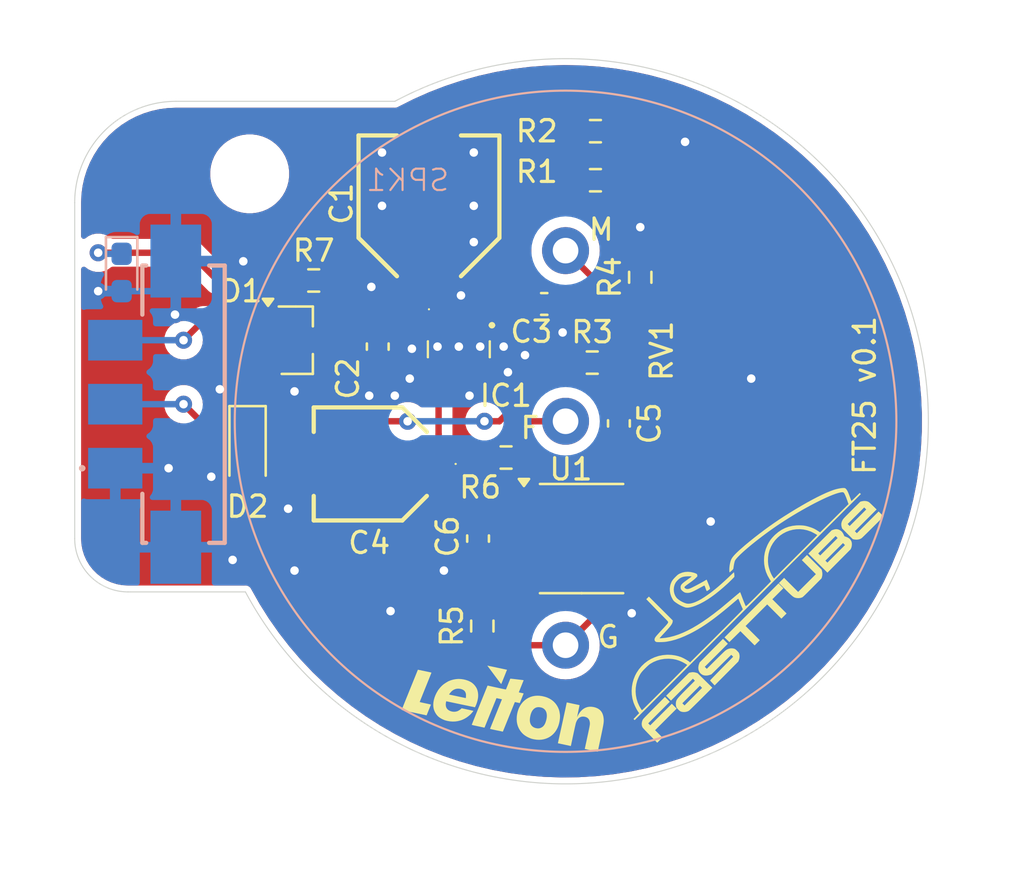
<source format=kicad_pcb>
(kicad_pcb
	(version 20240108)
	(generator "pcbnew")
	(generator_version "8.0")
	(general
		(thickness 1.6)
		(legacy_teardrops no)
	)
	(paper "A4")
	(layers
		(0 "F.Cu" signal)
		(31 "B.Cu" power)
		(32 "B.Adhes" user "B.Adhesive")
		(33 "F.Adhes" user "F.Adhesive")
		(34 "B.Paste" user)
		(35 "F.Paste" user)
		(37 "F.SilkS" user "F.Silkscreen")
		(38 "B.Mask" user)
		(39 "F.Mask" user)
		(40 "Dwgs.User" user "User.Drawings")
		(41 "Cmts.User" user "User.Comments")
		(42 "Eco1.User" user "User.Eco1")
		(43 "Eco2.User" user "User.Eco2")
		(44 "Edge.Cuts" user)
		(45 "Margin" user)
		(46 "B.CrtYd" user "B.Courtyard")
		(47 "F.CrtYd" user "F.Courtyard")
		(48 "B.Fab" user)
		(49 "F.Fab" user)
		(50 "User.1" user)
		(51 "User.2" user)
		(52 "User.3" user)
		(53 "User.4" user)
		(54 "User.5" user)
		(55 "User.6" user)
		(56 "User.7" user)
		(57 "User.8" user)
		(58 "User.9" user)
	)
	(setup
		(stackup
			(layer "F.SilkS"
				(type "Top Silk Screen")
			)
			(layer "F.Paste"
				(type "Top Solder Paste")
			)
			(layer "F.Mask"
				(type "Top Solder Mask")
				(thickness 0.01)
			)
			(layer "F.Cu"
				(type "copper")
				(thickness 0.035)
			)
			(layer "dielectric 1"
				(type "core")
				(thickness 1.51)
				(material "FR4")
				(epsilon_r 4.5)
				(loss_tangent 0.02)
			)
			(layer "B.Cu"
				(type "copper")
				(thickness 0.035)
			)
			(layer "B.Mask"
				(type "Bottom Solder Mask")
				(thickness 0.01)
			)
			(layer "B.Paste"
				(type "Bottom Solder Paste")
			)
			(layer "dielectric 2"
				(type "Bottom Silk Screen")
				(thickness 0)
				(material "FR4")
				(epsilon_r 4.5)
				(loss_tangent 0.02)
			)
			(copper_finish "None")
			(dielectric_constraints no)
		)
		(pad_to_mask_clearance 0)
		(allow_soldermask_bridges_in_footprints no)
		(pcbplotparams
			(layerselection 0x00010fc_ffffffff)
			(plot_on_all_layers_selection 0x0000000_00000000)
			(disableapertmacros no)
			(usegerberextensions no)
			(usegerberattributes yes)
			(usegerberadvancedattributes yes)
			(creategerberjobfile yes)
			(dashed_line_dash_ratio 12.000000)
			(dashed_line_gap_ratio 3.000000)
			(svgprecision 4)
			(plotframeref no)
			(viasonmask no)
			(mode 1)
			(useauxorigin no)
			(hpglpennumber 1)
			(hpglpenspeed 20)
			(hpglpendiameter 15.000000)
			(pdf_front_fp_property_popups yes)
			(pdf_back_fp_property_popups yes)
			(dxfpolygonmode yes)
			(dxfimperialunits yes)
			(dxfusepcbnewfont yes)
			(psnegative no)
			(psa4output no)
			(plotreference yes)
			(plotvalue yes)
			(plotfptext yes)
			(plotinvisibletext no)
			(sketchpadsonfab no)
			(subtractmaskfromsilk no)
			(outputformat 1)
			(mirror no)
			(drillshape 1)
			(scaleselection 1)
			(outputdirectory "")
		)
	)
	(net 0 "")
	(net 1 "VDD")
	(net 2 "GND")
	(net 3 "Net-(U1-FEED)")
	(net 4 "Net-(SPK1-M)")
	(net 5 "+24V")
	(net 6 "Net-(U1-HRNEN)")
	(net 7 "Net-(IC1-EN{slash}ADJ)")
	(net 8 "/SIG")
	(net 9 "Net-(SPK1-G)")
	(net 10 "Net-(SPK1-F)")
	(net 11 "Net-(D1-A)")
	(net 12 "unconnected-(U1-NC-Pad1)")
	(net 13 "unconnected-(U1-NC-Pad3)")
	(net 14 "Net-(R1-Pad2)")
	(net 15 "Net-(D3-K)")
	(footprint "Capacitor_SMD:C_0603_1608Metric_Pad1.08x0.95mm_HandSolder" (layer "F.Cu") (at 141.2 96.5 -90))
	(footprint "Capacitor_SMD:C_0603_1608Metric_Pad1.08x0.95mm_HandSolder" (layer "F.Cu") (at 145.9 105.5 90))
	(footprint "LOGO" (layer "F.Cu") (at 157.785054 107.960449 45))
	(footprint "Resistor_SMD:R_0603_1608Metric_Pad0.98x0.95mm_HandSolder" (layer "F.Cu") (at 146.1 109.6 90))
	(footprint "soundbox:06TR4FA104DPR" (layer "F.Cu") (at 159 95.5))
	(footprint "Capacitor_SMD:C_0603_1608Metric_Pad1.08x0.95mm_HandSolder" (layer "F.Cu") (at 149 94.5 180))
	(footprint "Resistor_SMD:R_0603_1608Metric_Pad0.98x0.95mm_HandSolder" (layer "F.Cu") (at 153.5 93.25 90))
	(footprint "soundbox:PG-SCT595-5" (layer "F.Cu") (at 145 96.5 180))
	(footprint "soundbox:EEE0GA101SR" (layer "F.Cu") (at 140.85 102 180))
	(footprint "Resistor_SMD:R_0603_1608Metric_Pad0.98x0.95mm_HandSolder" (layer "F.Cu") (at 147.2125 101.7))
	(footprint "Resistor_SMD:R_0603_1608Metric_Pad0.98x0.95mm_HandSolder" (layer "F.Cu") (at 151.4 88.7))
	(footprint "Package_TO_SOT_SMD:SOT-23_Handsoldering" (layer "F.Cu") (at 137.4 96.2))
	(footprint "soundbox:LeitOn_small_wo_sq" (layer "F.Cu") (at 147.2 113.1 -12))
	(footprint "Package_SO:SOIC-8_3.9x4.9mm_P1.27mm" (layer "F.Cu") (at 150.75 105.5))
	(footprint "soundbox:EEE1AA101SP" (layer "F.Cu") (at 143.6 89.9 90))
	(footprint "Resistor_SMD:R_0603_1608Metric_Pad0.98x0.95mm_HandSolder" (layer "F.Cu") (at 151.25 97.25))
	(footprint "Capacitor_SMD:C_0603_1608Metric_Pad1.08x0.95mm_HandSolder" (layer "F.Cu") (at 152.5 100.1 -90))
	(footprint "Diode_SMD:D_SOD-323_HandSoldering" (layer "F.Cu") (at 135.1 101.3 -90))
	(footprint "MountingHole:MountingHole_3.2mm_M3_DIN965" (layer "F.Cu") (at 135.2 88.4))
	(footprint "Resistor_SMD:R_0603_1608Metric_Pad0.98x0.95mm_HandSolder" (layer "F.Cu") (at 138.2 93.4))
	(footprint "Resistor_SMD:R_0603_1608Metric_Pad0.98x0.95mm_HandSolder" (layer "F.Cu") (at 151.4 86.4))
	(footprint "soundbox:TE Micro-Mate-N-Lok 1x03" (layer "B.Cu") (at 132.1 99.2 -90))
	(footprint "LED_SMD:LED_0603_1608Metric_Pad1.05x0.95mm_HandSolder" (layer "B.Cu") (at 129.2 93.025 -90))
	(footprint "soundbox:CPT-3016-105T" (layer "B.Cu") (at 150 100 180))
	(gr_arc
		(start 127 89.75)
		(mid 128.391243 86.391243)
		(end 131.75 85)
		(stroke
			(width 0.05)
			(type default)
		)
		(layer "Edge.Cuts")
		(uuid "0c9499f7-3257-4d1a-ab45-d3dea9659961")
	)
	(gr_line
		(start 131.75 85)
		(end 142 85)
		(stroke
			(width 0.05)
			(type default)
		)
		(layer "Edge.Cuts")
		(uuid "145b8ce2-1cdf-402f-8341-2813b341aab6")
	)
	(gr_line
		(start 127 89.75)
		(end 127 105.5)
		(stroke
			(width 0.05)
			(type default)
		)
		(layer "Edge.Cuts")
		(uuid "5702bfe5-fa35-42f9-b66d-dc1faf38af9f")
	)
	(gr_line
		(start 129.5 108)
		(end 135 108)
		(stroke
			(width 0.05)
			(type default)
		)
		(layer "Edge.Cuts")
		(uuid "7ce022d5-3481-46fd-850f-fa99ac5c91eb")
	)
	(gr_arc
		(start 142 85)
		(mid 166.263456 104.949746)
		(end 135.000001 108.000003)
		(stroke
			(width 0.05)
			(type default)
		)
		(layer "Edge.Cuts")
		(uuid "8a2c619c-8626-4af2-8c59-1422d0ba61b9")
	)
	(gr_arc
		(start 129.5 108)
		(mid 127.732233 107.267767)
		(end 127 105.5)
		(stroke
			(width 0.05)
			(type default)
		)
		(layer "Edge.Cuts")
		(uuid "e1634623-b024-4caa-9d4d-69a765686d49")
	)
	(gr_rect
		(start 127 83)
		(end 167 117)
		(stroke
			(width 0.01)
			(type default)
		)
		(fill none)
		(layer "User.1")
		(uuid "39b0a146-c4d4-4256-ae48-acf0ec4d99bd")
	)
	(gr_text "FT25 v0.1"
		(at 164.6 102.6 90)
		(layer "F.SilkS")
		(uuid "0568cae2-bee3-4247-bec4-4aec8861298f")
		(effects
			(font
				(size 1 1)
				(thickness 0.15)
			)
			(justify left bottom)
		)
	)
	(segment
		(start 144.05 100.6)
		(end 144.05 101.8)
		(width 0.3)
		(layer "F.Cu")
		(net 1)
		(uuid "0200de1e-f1d3-475e-904f-1ae67260540b")
	)
	(segment
		(start 144.05 103.45)
		(end 144.05 102.35)
		(width 0.3)
		(layer "F.Cu")
		(net 1)
		(uuid "0bc4b59f-3030-465f-99e6-8a96f1d37eff")
	)
	(segment
		(start 148.275 104.865)
		(end 146.1275 104.865)
		(width 0.3)
		(layer "F.Cu")
		(net 1)
		(uuid "4fcf3739-2429-46db-a6eb-520af12c0900")
	)
	(segment
		(start 144 97.75)
		(end 144.05 97.7)
		(width 0.3)
		(layer "F.Cu")
		(net 1)
		(uuid "b57598a9-8b18-4e03-89c1-05fa95734452")
	)
	(segment
		(start 144.05 97.7)
		(end 144.05 100.6)
		(width 0.3)
		(layer "F.Cu")
		(net 1)
		(uuid "b5e77050-d7d3-4d83-9482-2923ce921046")
	)
	(segment
		(start 142.85 101.8)
		(end 144.05 101.8)
		(width 0.3)
		(layer "F.Cu")
		(net 1)
		(uuid "b743f3e9-4660-4641-8a39-1aa2c34a7ec6")
	)
	(segment
		(start 144.05 102.35)
		(end 143.7 102)
		(width 0.3)
		(layer "F.Cu")
		(net 1)
		(uuid "c5bb5a80-74ea-46d0-bfec-228c952e0dc7")
	)
	(segment
		(start 145.9 104.6375)
		(end 145.2375 104.6375)
		(width 0.3)
		(layer "F.Cu")
		(net 1)
		(uuid "cd55c0ae-b94b-4f6e-88d8-0819b3376a66")
	)
	(segment
		(start 145.2375 104.6375)
		(end 144.05 103.45)
		(width 0.3)
		(layer "F.Cu")
		(net 1)
		(uuid "ea5494ea-c94c-4637-880a-57b8847c4db0")
	)
	(segment
		(start 146.1275 104.865)
		(end 145.9 104.6375)
		(width 0.3)
		(layer "F.Cu")
		(net 1)
		(uuid "f2ef52aa-2e6f-4866-8b2f-5ded5050ff85")
	)
	(segment
		(start 149.8625 95.8375)
		(end 149.8625 94.5)
		(width 0.3)
		(layer "F.Cu")
		(net 2)
		(uuid "71920597-7374-42a3-8e56-7b58da0dcf27")
	)
	(segment
		(start 144.9375 106.3625)
		(end 145.9 106.3625)
		(width 0.3)
		(layer "F.Cu")
		(net 2)
		(uuid "94618711-fb25-45c9-ba6d-6bf0757c171e")
	)
	(segment
		(start 144.3 107)
		(end 144.9375 106.3625)
		(width 0.3)
		(layer "F.Cu")
		(net 2)
		(uuid "de745790-ac23-4005-8032-b29fb642955f")
	)
	(via
		(at 155.6 86.9)
		(size 0.8)
		(drill 0.4)
		(layers "F.Cu" "B.Cu")
		(free yes)
		(net 2)
		(uuid "06a1a750-8536-4cf8-9192-35bc867304a9")
	)
	(via
		(at 145.7 91.6)
		(size 0.8)
		(drill 0.4)
		(layers "F.Cu" "B.Cu")
		(free yes)
		(net 2)
		(uuid "0db306fa-f0a3-4a00-87b1-7ed6fd918b81")
	)
	(via
		(at 140.8 98.8)
		(size 0.8)
		(drill 0.4)
		(layers "F.Cu" "B.Cu")
		(free yes)
		(net 2)
		(uuid "11677aed-5d35-4c15-8c41-230ac25975ee")
	)
	(via
		(at 142 98.8)
		(size 0.8)
		(drill 0.4)
		(layers "F.Cu" "B.Cu")
		(free yes)
		(net 2)
		(uuid "1634c358-6587-4d9e-a4c2-90a5ab1faafd")
	)
	(via
		(at 147.3 97.7)
		(size 0.8)
		(drill 0.4)
		(layers "F.Cu" "B.Cu")
		(free yes)
		(net 2)
		(uuid "1a418d52-d221-44b1-ad1d-91e97992ecb3")
	)
	(via
		(at 134.9 92.5)
		(size 0.8)
		(drill 0.4)
		(layers "F.Cu" "B.Cu")
		(free yes)
		(net 2)
		(uuid "1ae7c5ac-d660-4ab3-b3fa-65cf1c02d49f")
	)
	(via
		(at 141.4 87.4)
		(size 0.8)
		(drill 0.4)
		(layers "F.Cu" "B.Cu")
		(free yes)
		(net 2)
		(uuid "242c131a-7b58-4e7b-a56b-1eff90940cb4")
	)
	(via
		(at 142.7 98)
		(size 0.8)
		(drill 0.4)
		(layers "F.Cu" "B.Cu")
		(free yes)
		(net 2)
		(uuid "25345f8f-538d-46a3-b8d8-5a868b8a4bca")
	)
	(via
		(at 144.3 107)
		(size 0.8)
		(drill 0.4)
		(layers "F.Cu" "B.Cu")
		(net 2)
		(uuid "2a82b6e4-3e60-41fd-bd5d-f6a27f31de3c")
	)
	(via
		(at 134.4 106.5)
		(size 0.8)
		(drill 0.4)
		(layers "F.Cu" "B.Cu")
		(free yes)
		(net 2)
		(uuid "40f43ec0-ad56-49ad-9da1-70b7a7e2a5b3")
	)
	(via
		(at 153.5 90.9)
		(size 0.8)
		(drill 0.4)
		(layers "F.Cu" "B.Cu")
		(free yes)
		(net 2)
		(uuid "59e64dbd-0451-436f-844e-4c0d273598ba")
	)
	(via
		(at 148.1 96.9)
		(size 0.8)
		(drill 0.4)
		(layers "F.Cu" "B.Cu")
		(free yes)
		(net 2)
		(uuid "69cbc453-a834-432c-a06f-6af5e0115401")
	)
	(via
		(at 145 96.5)
		(size 0.8)
		(drill 0.4)
		(layers "F.Cu" "B.Cu")
		(free yes)
		(net 2)
		(uuid "6a66460c-c4ed-4cbb-ad75-8721cfb01e79")
	)
	(via
		(at 153.1 109)
		(size 0.8)
		(drill 0.4)
		(layers "F.Cu" "B.Cu")
		(free yes)
		(net 2)
		(uuid "7fa75b93-3a54-4ab9-823b-8664220d8fc0")
	)
	(via
		(at 137 104.1)
		(size 0.8)
		(drill 0.4)
		(layers "F.Cu" "B.Cu")
		(free yes)
		(net 2)
		(uuid "83ee66e4-35b7-421f-bd51-e9232ebc2f9c")
	)
	(via
		(at 145.7 87.4)
		(size 0.8)
		(drill 0.4)
		(layers "F.Cu" "B.Cu")
		(free yes)
		(net 2)
		(uuid "87ee8f62-5586-4ec4-bf64-4d8e7f4f3c00")
	)
	(via
		(at 142.8 96.6)
		(size 0.8)
		(drill 0.4)
		(layers "F.Cu" "B.Cu")
		(free yes)
		(net 2)
		(uuid "88f446c1-03c1-4aaf-8c6d-a532e3fea711")
	)
	(via
		(at 133.4 102.6)
		(size 0.8)
		(drill 0.4)
		(layers "F.Cu" "B.Cu")
		(free yes)
		(net 2)
		(uuid "92246a78-6004-4e5e-8693-ea3615729c12")
	)
	(via
		(at 131.4 102.2)
		(size 0.8)
		(drill 0.4)
		(layers "F.Cu" "B.Cu")
		(free yes)
		(net 2)
		(uuid "94bb3951-fb1a-46ff-acb9-ecec1cf0b654")
	)
	(via
		(at 140.9 93.7)
		(size 0.8)
		(drill 0.4)
		(layers "F.Cu" "B.Cu")
		(free yes)
		(net 2)
		(uuid "992c7461-a546-414a-83a3-be9358a4ffe2")
	)
	(via
		(at 145.7 89.9)
		(size 0.8)
		(drill 0.4)
		(layers "F.Cu" "B.Cu")
		(free yes)
		(net 2)
		(uuid "afb24003-5dc5-4adf-9efe-5e0f83e92297")
	)
	(via
		(at 145.1 94.1)
		(size 0.8)
		(drill 0.4)
		(layers "F.Cu" "B.Cu")
		(free yes)
		(net 2)
		(uuid "b57f5c0c-c97f-4e02-83ff-2ef698d42b64")
	)
	(via
		(at 145.5 98.8)
		(size 0.8)
		(drill 0.4)
		(layers "F.Cu" "B.Cu")
		(free yes)
		(net 2)
		(uuid "b5ab2b73-4634-4e0e-855d-42a626e2a677")
	)
	(via
		(at 158.7 98)
		(size 0.8)
		(drill 0.4)
		(layers "F.Cu" "B.Cu")
		(free yes)
		(net 2)
		(uuid "b76a2fc2-0f04-4ac7-8040-3c68efea3aaa")
	)
	(via
		(at 137.3 107)
		(size 0.8)
		(drill 0.4)
		(layers "F.Cu" "B.Cu")
		(free yes)
		(net 2)
		(uuid "b84a5bb6-38b6-489a-88d5-f98f5bcf4f0a")
	)
	(via
		(at 128.1 93.9)
		(size 0.8)
		(drill 0.4)
		(layers "F.Cu" "B.Cu")
		(free yes)
		(net 2)
		(uuid "c6f53ace-18f2-4464-867c-521c9da61925")
	)
	(via
		(at 141.4 89.9)
		(size 0.8)
		(drill 0.4)
		(layers "F.Cu" "B.Cu")
		(free yes)
		(net 2)
		(uuid "ce35d305-acce-470c-a782-1e723ff90853")
	)
	(via
		(at 146 96.5)
		(size 0.8)
		(drill 0.4)
		(layers "F.Cu" "B.Cu")
		(free yes)
		(net 2)
		(uuid "ce89bd32-5eb5-4729-8660-e03d2d9f2e18")
	)
	(via
		(at 147.1 96.5)
		(size 0.8)
		(drill 0.4)
		(layers "F.Cu" "B.Cu")
		(free yes)
		(net 2)
		(uuid "d6efebd2-3405-41b1-bc0d-84897ffc75fb")
	)
	(via
		(at 131.7 95)
		(size 0.8)
		(drill 0.4)
		(layers "F.Cu" "B.Cu")
		(free yes)
		(net 2)
		(uuid "d7aa9736-678b-4114-bba8-f45e0afe47b8")
	)
	(via
		(at 149.8625 95.8375)
		(size 0.8)
		(drill 0.4)
		(layers "F.Cu" "B.Cu")
		(free yes)
		(net 2)
		(uuid "d8f12fb1-bcf4-4713-a92c-8cd19cfe334a")
	)
	(via
		(at 156.8 104.7)
		(size 0.8)
		(drill 0.4)
		(layers "F.Cu" "B.Cu")
		(free yes)
		(net 2)
		(uuid "db890ffb-38c3-4b56-bb01-106cd42901c5")
	)
	(via
		(at 144 96.5)
		(size 0.8)
		(drill 0.4)
		(layers "F.Cu" "B.Cu")
		(free yes)
		(net 2)
		(uuid "dcf1182a-9346-40f1-9a54-d1175b80aebf")
	)
	(via
		(at 141.8 108.9)
		(size 0.8)
		(drill 0.4)
		(layers "F.Cu" "B.Cu")
		(free yes)
		(net 2)
		(uuid "dee0939a-5e0d-4315-a470-5bde3c7fcd15")
	)
	(via
		(at 133.8 98.5)
		(size 0.8)
		(drill 0.4)
		(layers "F.Cu" "B.Cu")
		(free yes)
		(net 2)
		(uuid "e8553ab2-d140-422f-8e37-c9cd37b98698")
	)
	(via
		(at 137.3 98.6)
		(size 0.8)
		(drill 0.4)
		(layers "F.Cu" "B.Cu")
		(free yes)
		(net 2)
		(uuid "ecf13844-64d3-4d09-826f-01f2a3714814")
	)
	(segment
		(start 129.2 93.9)
		(end 128.1 93.9)
		(width 0.3)
		(layer "B.Cu")
		(net 2)
		(uuid "0cd55f2d-7311-4b5c-ba7a-e89fc8f4f5e2")
	)
	(segment
		(start 129.2 93.9)
		(end 130.9 93.9)
		(width 0.3)
		(layer "B.Cu")
		(net 2)
		(uuid "695536ad-dab6-488d-b9b0-7a98161ce5c4")
	)
	(segment
		(start 130.9 93.9)
		(end 131.7375 93.0625)
		(width 0.3)
		(layer "B.Cu")
		(net 2)
		(uuid "a1e3a54f-ef9b-4cb1-ad1f-f7b347cb09ab")
	)
	(segment
		(start 131.7375 93.0625)
		(end 131.7375 92.49)
		(width 0.3)
		(layer "B.Cu")
		(net 2)
		(uuid "bb0f4da9-66c2-4933-9835-f0fd5210320e")
	)
	(segment
		(start 149.9 106.9)
		(end 149.395 107.405)
		(width 0.3)
		(layer "F.Cu")
		(net 3)
		(uuid "072347fb-8a85-4b8b-9cdd-570becb73639")
	)
	(segment
		(start 149.7 103)
		(end 150.1 103)
		(width 0.3)
		(layer "F.Cu")
		(net 3)
		(uuid "11e8214e-b373-43c8-ae68-38b5e3213818")
	)
	(segment
		(start 152.1375 100.9625)
		(end 152.5 100.9625)
		(width 0.3)
		(layer "F.Cu")
		(net 3)
		(uuid "25f2b0a8-c502-408e-8164-4ce47b492466")
	)
	(segment
		(start 149.9 103.2)
		(end 150.1 103)
		(width 0.3)
		(layer "F.Cu")
		(net 3)
		(uuid "30c377f0-684f-4468-bc59-12db9983da53")
	)
	(segment
		(start 148.125 101.7)
		(end 148.4 101.7)
		(width 0.3)
		(layer "F.Cu")
		(net 3)
		(uuid "68a5e2c6-7d6d-4572-b044-716560f93b78")
	)
	(segment
		(start 149.395 107.405)
		(end 148.275 107.405)
		(width 0.3)
		(layer "F.Cu")
		(net 3)
		(uuid "743d24b5-976d-4645-9863-8a0ee42aafcc")
	)
	(segment
		(start 149.7 103)
		(end 149.9 103.2)
		(width 0.3)
		(layer "F.Cu")
		(net 3)
		(uuid "78005be2-efb6-4035-8dcc-eb81a73eb354")
	)
	(segment
		(start 150.1 103)
		(end 152.1375 100.9625)
		(width 0.3)
		(layer "F.Cu")
		(net 3)
		(uuid "8781c6ea-0942-46f3-9027-bf40e47d732e")
	)
	(segment
		(start 148.4 101.7)
		(end 149.7 103)
		(width 0.3)
		(layer "F.Cu")
		(net 3)
		(uuid "b404ab0a-8eff-45cf-aa85-93b0c45359af")
	)
	(segment
		(start 148.275 107.405)
		(end 146.695 107.405)
		(width 0.3)
		(layer "F.Cu")
		(net 3)
		(uuid "b7f262e9-2b47-4bf3-b8ee-027a7b5af4f2")
	)
	(segment
		(start 146.1 108)
		(end 146.1 108.6875)
		(width 0.3)
		(layer "F.Cu")
		(net 3)
		(uuid "c9351f02-0ad6-4a13-8880-e8a5264c1232")
	)
	(segment
		(start 149.9 103.2)
		(end 149.9 106.9)
		(width 0.3)
		(layer "F.Cu")
		(net 3)
		(uuid "cb404238-cfe4-4c89-80e5-10dbaa60b65d")
	)
	(segment
		(start 146.695 107.405)
		(end 146.1 108)
		(width 0.3)
		(layer "F.Cu")
		(net 3)
		(uuid "dfaba7fd-470f-4ac3-a265-6437310b768d")
	)
	(segment
		(start 152.4375 99.2375)
		(end 151.25 98.05)
		(width 0.3)
		(layer "F.Cu")
		(net 4)
		(uuid "16673ef8-2781-4e29-9ce0-ce8e17a8506f")
	)
	(segment
		(start 151.8 103.2)
		(end 153.4 101.6)
		(width 0.3)
		(layer "F.Cu")
		(net 4)
		(uuid "3da75233-b6b6-4c1f-b236-e40923ca1e21")
	)
	(segment
		(start 151.25 93.25)
		(end 150 92)
		(width 0.3)
		(layer "F.Cu")
		(net 4)
		(uuid "65a1f3a9-a9a4-4ebb-ac3b-643abefa83e6")
	)
	(segment
		(start 153.225 104.865)
		(end 152.365 104.865)
		(width 0.3)
		(layer "F.Cu")
		(net 4)
		(uuid "70d18280-a1a2-4a91-932e-2683647e553b")
	)
	(segment
		(start 151.8 104.3)
		(end 151.8 103.2)
		(width 0.3)
		(layer "F.Cu")
		(net 4)
		(uuid "93c204e2-e82a-439a-8e55-cfd5c3a86dd5")
	)
	(segment
		(start 153.4 100.1375)
		(end 152.5 99.2375)
		(width 0.3)
		(layer "F.Cu")
		(net 4)
		(uuid "9d75660a-4465-4fd8-b749-fa8c264b29dc")
	)
	(segment
		(start 152.5 99.2375)
		(end 152.4375 99.2375)
		(width 0.3)
		(layer "F.Cu")
		(net 4)
		(uuid "a6446cac-3f7e-47c6-8ffe-f93642c45dd3")
	)
	(segment
		(start 153.4 101.6)
		(end 153.4 100.1375)
		(width 0.3)
		(layer "F.Cu")
		(net 4)
		(uuid "d29ca72d-fd75-4e63-a9ef-bb7bfd16a48c")
	)
	(segment
		(start 151.25 98.05)
		(end 151.25 93.25)
		(width 0.3)
		(layer "F.Cu")
		(net 4)
		(uuid "f5fbbc68-e833-4c48-80bb-defc46a5cc2a")
	)
	(segment
		(start 152.365 104.865)
		(end 151.8 104.3)
		(width 0.3)
		(layer "F.Cu")
		(net 4)
		(uuid "fda7703d-c832-413a-bf81-807f5eea4c8c")
	)
	(segment
		(start 139.1125 95.9875)
		(end 138.9 96.2)
		(width 0.3)
		(layer "F.Cu")
		(net 5)
		(uuid "0c680efc-7feb-42ee-a649-48367faca43c")
	)
	(segment
		(start 147.7 92)
		(end 147.7 91)
		(width 0.3)
		(layer "F.Cu")
		(net 5)
		(uuid "1714de18-f19e-4a1d-9fcb-abbc4390ca85")
	)
	(segment
		(start 141.5875 95.25)
		(end 144 95.25)
		(width 0.3)
		(layer "F.Cu")
		(net 5)
		(uuid "3cdd5ae0-fe74-40b7-91eb-253b46d6524f")
	)
	(segment
		(start 143.6 94.4)
		(end 144.05 94.85)
		(width 0.3)
		(layer "F.Cu")
		(net 5)
		(uuid "5cfb3353-0791-41e6-bccb-971103ac1a26")
	)
	(segment
		(start 139.1125 93.4)
		(end 139.1125 95.9875)
		(width 0.3)
		(layer "F.Cu")
		(net 5)
		(uuid "5d30a03b-2cd2-463f-ac74-ba9c1ef6597b")
	)
	(segment
		(start 144.05 94.85)
		(end 144.05 95.3)
		(width 0.3)
		(layer "F.Cu")
		(net 5)
		(uuid "621ce208-3109-48a3-945d-31c8a7be375d")
	)
	(segment
		(start 140.1125 95.6375)
		(end 141.2 95.6375)
		(width 0.3)
		(layer "F.Cu")
		(net 5)
		(uuid "741a27be-6162-47b2-ad04-96fb7ac0b279")
	)
	(segment
		(start 144.3 93.1)
		(end 146.6 93.1)
		(width 0.3)
		(layer "F.Cu")
		(net 5)
		(uuid "7d813ea8-5ed9-49a4-98e1-c2993e25371a")
	)
	(segment
		(start 150 88.7)
		(end 150.4875 88.7)
		(width 0.3)
		(layer "F.Cu")
		(net 5)
		(uuid "91449544-3d85-43bf-892d-142f30243a74")
	)
	(segment
		(start 146.6 93.1)
		(end 147.7 92)
		(width 0.3)
		(layer "F.Cu")
		(net 5)
		(uuid "a21a02bd-2759-401c-b257-6fddf78b91b4")
	)
	(segment
		(start 147.7 91)
		(end 150 88.7)
		(width 0.3)
		(layer "F.Cu")
		(net 5)
		(uuid "b0d0a533-03d1-4d10-9c9d-275a057f1864")
	)
	(segment
		(start 138.9 96.2)
		(end 139.55 96.2)
		(width 0.3)
		(layer "F.Cu")
		(net 5)
		(uuid "bd107eda-4f5e-4951-931b-0b65bc3ea725")
	)
	(segment
		(start 143.6 92.4)
		(end 144.3 93.1)
		(width 0.3)
		(layer "F.Cu")
		(net 5)
		(uuid "bdbf9fa0-e6ce-431f-be19-940864357b67")
	)
	(segment
		(start 141.2 95.6375)
		(end 141.5875 95.25)
		(width 0.3)
		(layer "F.Cu")
		(net 5)
		(uuid "c70a6765-40cc-46c1-a2d9-b3050acd3216")
	)
	(segment
		(start 139.55 96.2)
		(end 140.1125 95.6375)
		(width 0.3)
		(layer "F.Cu")
		(net 5)
		(uuid "e1a2c8d8-ddc3-4812-a16f-2c720999d104")
	)
	(segment
		(start 143.6 92.4)
		(end 143.6 94.4)
		(width 0.3)
		(layer "F.Cu")
		(net 5)
		(uuid "e50a271d-fbd0-4824-a5eb-2812063731a2")
	)
	(segment
		(start 150.4875 86.4)
		(end 150.4875 88.7)
		(width 0.3)
		(layer "F.Cu")
		(net 5)
		(uuid "e74d25ae-28d4-40ff-aaa6-db74846f4d2c")
	)
	(segment
		(start 152.1625 97.25)
		(end 154 99.0875)
		(width 0.3)
		(layer "F.Cu")
		(net 6)
		(uuid "3373c322-f050-48d0-bec9-783b14de9a20")
	)
	(segment
		(start 152.1625 97.25)
		(end 152.25 97.25)
		(width 0.3)
		(layer "F.Cu")
		(net 6)
		(uuid "52311879-8ed6-466b-bba9-44d036750aed")
	)
	(segment
		(start 154 102.82)
		(end 153.225 103.595)
		(width 0.3)
		(layer "F.Cu")
		(net 6)
		(uuid "5c9a70c6-3c37-4136-aee2-631c370f708c")
	)
	(segment
		(start 154 99.0875)
		(end 154 102.82)
		(width 0.3)
		(layer "F.Cu")
		(net 6)
		(uuid "e057f958-100b-4a61-bfb9-9d5cd19452f3")
	)
	(segment
		(start 153.5 96)
		(end 153.5 94.1625)
		(width 0.3)
		(layer "F.Cu")
		(net 6)
		(uuid "ef8cfd81-6cb9-4d71-b3bf-0610e509a439")
	)
	(segment
		(start 152.25 97.25)
		(end 153.5 96)
		(width 0.3)
		(layer "F.Cu")
		(net 6)
		(uuid "fa2f396c-09cf-4795-881a-85a4b4ae0039")
	)
	(segment
		(start 159 91.225)
		(end 157.525 89.75)
		(width 0.3)
		(layer "F.Cu")
		(net 7)
		(uuid "10e80ff1-24c9-4e99-a6ae-40c6b4da76d7")
	)
	(segment
		(start 145.95 95.3)
		(end 147.425 93.825)
		(width 0.3)
		(layer "F.Cu")
		(net 7)
		(uuid "69f64f3f-7002-47e9-8d79-e5b3fa90185e")
	)
	(segment
		(start 148.25 93)
		(end 147.425 93.825)
		(width 0.3)
		(layer "F.Cu")
		(net 7)
		(uuid "71a75b59-ac82-42df-ab4d-24534136247c")
	)
	(segment
		(start 149.75 89.75)
		(end 148.25 91.25)
		(width 0.3)
		(layer "F.Cu")
		(net 7)
		(uuid "7c187c0d-5463-49e4-b302-7e6b907a001c")
	)
	(segment
		(start 157.525 89.75)
		(end 149.75 89.75)
		(width 0.3)
		(layer "F.Cu")
		(net 7)
		(uuid "8caf3322-20bd-4792-87d4-2ac4b6e61f44")
	)
	(segment
		(start 148.1375 94.5)
		(end 148.1 94.5)
		(width 0.3)
		(layer "F.Cu")
		(net 7)
		(uuid "c7a1fbfd-de61-4daa-8cec-99339a910f45")
	)
	(segment
		(start 148.1 94.5)
		(end 147.425 93.825)
		(width 0.3)
		(layer "F.Cu")
		(net 7)
		(uuid "fb5c3ebe-ae4a-47c1-bc91-695929b1d538")
	)
	(segment
		(start 148.25 91.25)
		(end 148.25 93)
		(width 0.3)
		(layer "F.Cu")
		(net 7)
		(uuid "fd5ccc6b-1f50-4929-b1e8-f7fa3b79e0ff")
	)
	(segment
		(start 149.65 97.25)
		(end 150.3375 97.25)
		(width 0.3)
		(layer "F.Cu")
		(net 8)
		(uuid "49712491-cc98-417d-9fd7-6bea8419dd0f")
	)
	(segment
		(start 146.2 100)
		(end 146.9 100)
		(width 0.3)
		(layer "F.Cu")
		(net 8)
		(uuid "527f361a-886e-4d3e-b2f8-d2e7b77728ba")
	)
	(segment
		(start 132.9 100)
		(end 132.1 99.2)
		(width 0.3)
		(layer "F.Cu")
		(net 8)
		(uuid "5baef98e-5189-4eb0-8387-1bdec159583f")
	)
	(segment
		(start 142.6 100)
		(end 132.9 100)
		(width 0.3)
		(layer "F.Cu")
		(net 8)
		(uuid "c74e87f2-4beb-42a2-8bce-759a3bbe4814")
	)
	(segment
		(start 146.9 100)
		(end 149.65 97.25)
		(width 0.3)
		(layer "F.Cu")
		(net 8)
		(uuid "eab867c7-f470-4870-8085-66ac175dac89")
	)
	(via
		(at 146.2 100)
		(size 0.8)
		(drill 0.4)
		(layers "F.Cu" "B.Cu")
		(net 8)
		(uuid "3e77b714-44f3-4163-8c08-87f52830b850")
	)
	(via
		(at 142.6 100)
		(size 0.8)
		(drill 0.4)
		(layers "F.Cu" "B.Cu")
		(net 8)
		(uuid "5281ce56-3ddb-4cc6-af00-7d45d7765312")
	)
	(via
		(at 132.1 99.2)
		(size 0.8)
		(drill 0.4)
		(layers "F.Cu" "B.Cu")
		(net 8)
		(uuid "b37c375d-dd82-4e8f-af80-140a5bedd833")
	)
	(segment
		(start 132.1 99.2)
		(end 128.9 99.2)
		(width 0.3)
		(layer "B.Cu")
		(net 8)
		(uuid "550c766a-656c-4f02-959e-6002256314dc")
	)
	(segment
		(start 142.6 100)
		(end 146.2 100)
		(width 0.3)
		(layer "B.Cu")
		(net 8)
		(uuid "7f30ac41-d40b-4057-b41b-f5859121de8d")
	)
	(segment
		(start 146.1 110.5125)
		(end 146.1125 110.5)
		(width 0.3)
		(layer "F.Cu")
		(net 9)
		(uuid "0985b6fd-d180-4fc5-bce9-3d6204322516")
	)
	(segment
		(start 150 110.5)
		(end 151.3 109.2)
		(width 0.3)
		(layer "F.Cu")
		(net 9)
		(uuid "29833cd4-ae84-47c3-a086-4dfcd0ca3a64")
	)
	(segment
		(start 146.1125 110.5)
		(end 150 110.5)
		(width 0.3)
		(layer "F.Cu")
		(net 9)
		(uuid "924cc875-b40f-4c52-9192-86ac241c9175")
	)
	(segment
		(start 151.965 106.135)
		(end 153.225 106.135)
		(width 0.3)
		(layer "F.Cu")
		(net 9)
		(uuid "d32f4e74-f404-477c-91c6-11336f273e81")
	)
	(segment
		(start 151.3 109.2)
		(end 151.3 106.8)
		(width 0.3)
		(layer "F.Cu")
		(net 9)
		(uuid "e4c7c31e-d0bc-4d47-b7ae-acbdc347fd7a")
	)
	(segment
		(start 151.3 106.8)
		(end 151.965 106.135)
		(width 0.3)
		(layer "F.Cu")
		(net 9)
		(uuid "e78a7e10-98f9-4831-bed7-9f8aafb304a1")
	)
	(segment
		(start 148 100)
		(end 150 100)
		(width 0.3)
		(layer "F.Cu")
		(net 10)
		(uuid "3742acb2-820e-4999-be63-afbe5ee5925a")
	)
	(segment
		(start 146.3 101.7)
		(end 148 100)
		(width 0.3)
		(layer "F.Cu")
		(net 10)
		(uuid "85bef4ca-4201-41d1-8bbe-9a35f0aa61c3")
	)
	(segment
		(start 133.05 95.25)
		(end 132.1 96.2)
		(width 0.3)
		(layer "F.Cu")
		(net 11)
		(uuid "c05adb94-fcf2-46f2-9995-128d27f8e65d")
	)
	(segment
		(start 135.9 95.25)
		(end 133.05 95.25)
		(width 0.3)
		(layer "F.Cu")
		(net 11)
		(uuid "f2a95a8c-f339-4b8b-9434-a14fdffa8c9d")
	)
	(via
		(at 132.1 96.2)
		(size 0.8)
		(drill 0.4)
		(layers "F.Cu" "B.Cu")
		(net 11)
		(uuid "ec99fa40-5d9d-41a8-9fe6-5b497feb807a")
	)
	(segment
		(start 132.1 96.2)
		(end 128.9 96.2)
		(width 0.3)
		(layer "B.Cu")
		(net 11)
		(uuid "84b5106d-4355-40eb-8239-1ba06ac7f42a")
	)
	(segment
		(start 161.15 100.425)
		(end 161.15 89.95)
		(width 0.3)
		(layer "F.Cu")
		(net 14)
		(uuid "26979417-b786-4be8-984f-7d0738cdff24")
	)
	(segment
		(start 161.15 89.95)
		(end 159.9 88.7)
		(width 0.3)
		(layer "F.Cu")
		(net 14)
		(uuid "7718b055-c971-4cec-ab44-672e9f6976fc")
	)
	(segment
		(start 159.9 88.7)
		(end 152.3125 88.7)
		(width 0.3)
		(layer "F.Cu")
		(net 14)
		(uuid "8f63e3d9-dbb7-40be-853d-4d064e73fe36")
	)
	(segment
		(start 152.3125 86.4)
		(end 152.3125 88.7)
		(width 0.3)
		(layer "F.Cu")
		(net 14)
		(uuid "d1f80375-c994-4ac9-a326-cf0882761c94")
	)
	(segment
		(start 132.4 92.1)
		(end 133.7 93.4)
		(width 0.3)
		(layer "F.Cu")
		(net 15)
		(uuid "491fd4ca-186c-4fc1-8594-ba9a84878f43")
	)
	(segment
		(start 128.1 92.1)
		(end 132.4 92.1)
		(width 0.3)
		(layer "F.Cu")
		(net 15)
		(uuid "b53c70f5-29df-4bef-ad9d-d147fce60c95")
	)
	(segment
		(start 133.7 93.4)
		(end 137.2875 93.4)
		(width 0.3)
		(layer "F.Cu")
		(net 15)
		(uuid "db62fcb2-2b63-4611-a236-89202474a873")
	)
	(via
		(at 128.1 92.1)
		(size 0.8)
		(drill 0.4)
		(layers "F.Cu" "B.Cu")
		(net 15)
		(uuid "f4a19a0b-e130-4c3f-8df1-dd8a57e865aa")
	)
	(segment
		(start 129.2 92.15)
		(end 128.15 92.15)
		(width 0.3)
		(layer "B.Cu")
		(net 15)
		(uuid "03222ce5-a326-4457-99bd-d56656ecb526")
	)
	(segment
		(start 128.15 92.15)
		(end 128.1 92.1)
		(width 0.3)
		(layer "B.Cu")
		(net 15)
		(uuid "e4aeac96-58e7-412a-b1d2-b417bd587c3d")
	)
	(zone
		(net 2)
		(net_name "GND")
		(layers "F&B.Cu")
		(uuid "f9e29ff1-ed6b-4444-a671-19fb7397cf29")
		(hatch edge 0.5)
		(connect_pads
			(clearance 0.5)
		)
		(min_thickness 0.25)
		(filled_areas_thickness no)
		(fill yes
			(thermal_gap 0.5)
			(thermal_bridge_width 0.5)
		)
		(polygon
			(pts
				(xy 123.5 80.25) (xy 171.5 80.25) (xy 171.5 122) (xy 123.5 122)
			)
		)
		(filled_polygon
			(layer "F.Cu")
			(pts
				(xy 150.738849 83.316924) (xy 150.744832 83.317191) (xy 151.548128 83.372487) (xy 151.554089 83.373043)
				(xy 152.353772 83.467285) (xy 152.359713 83.468132) (xy 153.153872 83.601098) (xy 153.159756 83.602231)
				(xy 153.946502 83.773602) (xy 153.952355 83.775027) (xy 154.729831 83.984396) (xy 154.735607 83.986103)
				(xy 155.502 84.232982) (xy 155.507668 84.23496) (xy 155.996378 84.419032) (xy 156.2612 84.518778)
				(xy 156.266784 84.521038) (xy 156.498304 84.621332) (xy 157.005625 84.841104) (xy 157.011068 84.843621)
				(xy 157.733508 85.199198) (xy 157.738804 85.201966) (xy 158.173492 85.442812) (xy 158.443116 85.592202)
				(xy 158.448313 85.595248) (xy 159.132857 86.019234) (xy 159.137896 86.022528) (xy 159.360299 86.175704)
				(xy 159.801005 86.479232) (xy 159.805881 86.482768) (xy 160.446027 86.971133) (xy 160.450726 86.974901)
				(xy 161.066433 87.493804) (xy 161.070943 87.497797) (xy 161.652357 88.038211) (xy 161.660699 88.045964)
				(xy 161.665001 88.050162) (xy 161.833895 88.223176) (xy 162.227448 88.62633) (xy 162.23155 88.630741)
				(xy 162.55509 88.9961) (xy 162.753549 89.220212) (xy 162.765352 89.23354) (xy 162.769235 89.238145)
				(xy 163.273141 89.866165) (xy 163.276795 89.870953) (xy 163.749595 90.522686) (xy 163.753013 90.527646)
				(xy 164.193628 91.201602) (xy 164.1968 91.206723) (xy 164.604133 91.901226) (xy 164.607054 91.906494)
				(xy 164.980205 92.620006) (xy 164.982866 92.62541) (xy 165.32092 93.356186) (xy 165.323315 93.361712)
				(xy 165.625484 94.108047) (xy 165.627608 94.113684) (xy 165.893172 94.873799) (xy 165.89502 94.879532)
				(xy 166.123357 95.651644) (xy 166.124925 95.65746) (xy 166.315503 96.439774) (xy 166.316786 96.445659)
				(xy 166.469145 97.236287) (xy 166.470141 97.242228) (xy 166.583927 98.039332) (xy 166.584633 98.045314)
				(xy 166.659575 98.84699) (xy 166.65999 98.852999) (xy 166.695912 99.657391) (xy 166.696034 99.663413)
				(xy 166.692851 100.468574) (xy 166.692681 100.474595) (xy 166.650402 101.278658) (xy 166.64994 101.284664)
				(xy 166.56866 102.085749) (xy 166.567906 102.091725) (xy 166.447824 102.88789) (xy 166.446781 102.893823)
				(xy 166.288178 103.683215) (xy 166.286849 103.689089) (xy 166.090097 104.469857) (xy 166.088484 104.475661)
				(xy 165.854039 105.245979) (xy 165.852145 105.251697) (xy 165.580588 106.009666) (xy 165.57842 106.015286)
				(xy 165.270355 106.759223) (xy 165.267916 106.76473) (xy 164.924097 107.49281) (xy 164.921393 107.498193)
				(xy 164.54262 108.208717) (xy 164.539658 108.213962) (xy 164.126832 108.90525) (xy 164.123619 108.910345)
				(xy 163.677702 109.580779) (xy 163.674245 109.585712) (xy 163.196303 110.233691) (xy 163.192611 110.23845)
				(xy 162.68376 110.862462) (xy 162.679841 110.867037) (xy 162.141301 111.465586) (xy 162.137165 111.469964)
				(xy 161.57018 112.041668) (xy 161.565836 112.045841) (xy 160.971741 112.589351) (xy 160.967199 112.593307)
				(xy 160.347442 113.107299) (xy 160.342713 113.111031) (xy 159.698708 113.594334) (xy 159.693804 113.597831)
				(xy 159.027098 114.049283) (xy 159.02203 114.052538) (xy 158.334199 114.471074) (xy 158.328979 114.47408)
				(xy 157.621601 114.858736) (xy 157.616241 114.861484) (xy 156.891046 115.211323) (xy 156.885558 115.213808)
				(xy 156.144202 115.528026) (xy 156.138601 115.530241) (xy 155.382878 115.808082) (xy 155.377176 115.810022)
				(xy 154.608872 116.05083) (xy 154.603082 116.052492) (xy 153.823957 116.255713) (xy 153.818093 116.257091)
				(xy 153.030035 116.422233) (xy 153.024112 116.423325) (xy 152.22896 116.550002) (xy 152.22299 116.550805)
				(xy 151.422623 116.63872) (xy 151.416621 116.639232) (xy 150.612933 116.688174) (xy 150.606914 116.688394)
				(xy 149.801785 116.698251) (xy 149.795762 116.698178) (xy 148.991125 116.668924) (xy 148.985112 116.668559)
				(xy 148.182843 116.600265) (xy 148.176856 116.599609) (xy 147.378824 116.492431) (xy 147.372875 116.491484)
				(xy 146.581019 116.345685) (xy 146.575135 116.344453) (xy 146.143372 116.243056) (xy 145.79127 116.160367)
				(xy 145.785442 116.158848) (xy 145.011444 115.936912) (xy 145.005696 115.935111) (xy 144.243406 115.675856)
				(xy 144.237752 115.673779) (xy 143.488938 115.377807) (xy 143.483391 115.375457) (xy 143.323003 115.30287)
				(xy 142.749838 115.043471) (xy 142.744413 115.040855) (xy 142.027866 114.673648) (xy 142.022573 114.670772)
				(xy 141.324672 114.269181) (xy 141.319526 114.266051) (xy 140.641954 113.831046) (xy 140.636966 113.827669)
				(xy 139.981354 113.360298) (xy 139.976535 113.356684) (xy 139.344345 112.857989) (xy 139.339708 112.854144)
				(xy 138.732514 112.325365) (xy 138.728069 112.3213) (xy 138.147246 111.763635) (xy 138.143025 111.75938)
				(xy 137.751736 111.34534) (xy 137.589979 111.174177) (xy 137.585949 111.1697) (xy 137.279098 110.811669)
				(xy 137.06197 110.558326) (xy 137.058188 110.553691) (xy 136.564485 109.917552) (xy 136.560935 109.912741)
				(xy 136.098728 109.253406) (xy 136.095399 109.248403) (xy 136.072611 109.212283) (xy 135.665753 108.567395)
				(xy 135.662691 108.56227) (xy 135.285135 107.893968) (xy 135.281699 107.886916) (xy 135.263805 107.855924)
				(xy 135.261778 107.852273) (xy 135.242752 107.816598) (xy 135.242751 107.816596) (xy 135.211356 107.786355)
				(xy 135.2097 107.784729) (xy 135.184086 107.759115) (xy 135.174615 107.750965) (xy 135.174194 107.750559)
				(xy 135.144992 107.736362) (xy 135.13721 107.73223) (xy 135.115993 107.71998) (xy 135.113441 107.718923)
				(xy 135.094862 107.71199) (xy 135.088585 107.708938) (xy 135.067441 107.705994) (xy 135.05246 107.702955)
				(xy 135.039562 107.6995) (xy 135.039561 107.6995) (xy 135.029397 107.6995) (xy 135.012294 107.698315)
				(xy 134.994306 107.69581) (xy 134.98429 107.697589) (xy 134.962604 107.6995) (xy 129.503751 107.6995)
				(xy 129.496264 107.699274) (xy 129.242364 107.683915) (xy 129.2275 107.68211) (xy 128.981001 107.636938)
				(xy 128.966461 107.633354) (xy 128.727211 107.5588) (xy 128.713211 107.553491) (xy 128.48468 107.450638)
				(xy 128.471421 107.443679) (xy 128.275312 107.325127) (xy 128.256958 107.314031) (xy 128.244637 107.305527)
				(xy 128.047363 107.150972) (xy 128.036155 107.141042) (xy 127.858957 106.963844) (xy 127.849027 106.952636)
				(xy 127.79554 106.884365) (xy 127.694468 106.755356) (xy 127.68597 106.743045) (xy 127.621143 106.635808)
				(xy 127.55632 106.528578) (xy 127.549361 106.515319) (xy 127.446508 106.286788) (xy 127.441199 106.272788)
				(xy 127.413839 106.184989) (xy 127.366644 106.033536) (xy 127.363061 106.018998) (xy 127.317889 105.772499)
				(xy 127.316084 105.757635) (xy 127.315543 105.748699) (xy 127.300726 105.503736) (xy 127.3005 105.496249)
				(xy 127.3005 102.849986) (xy 134.100001 102.849986) (xy 134.110494 102.952697) (xy 134.165641 103.119119)
				(xy 134.165643 103.119124) (xy 134.257684 103.268345) (xy 134.381654 103.392315) (xy 134.530875 103.484356)
				(xy 134.53088 103.484358) (xy 134.697302 103.539505) (xy 134.697309 103.539506) (xy 134.800019 103.549999)
				(xy 135.35 103.549999) (xy 135.399972 103.549999) (xy 135.399986 103.549998) (xy 135.502697 103.539505)
				(xy 135.669119 103.484358) (xy 135.669124 103.484356) (xy 135.818345 103.392315) (xy 135.942315 103.268345)
				(xy 136.034356 103.119124) (xy 136.034358 103.119119) (xy 136.089505 102.952697) (xy 136.089506 102.95269)
				(xy 136.099999 102.849986) (xy 136.1 102.849973) (xy 136.1 102.847844) (xy 136.8 102.847844) (xy 136.806401 102.907372)
				(xy 136.806403 102.907379) (xy 136.856645 103.042086) (xy 136.856649 103.042093) (xy 136.942809 103.157187)
				(xy 136.942812 103.15719) (xy 137.057906 103.24335) (xy 137.057913 103.243354) (xy 137.19262 103.293596)
				(xy 137.192627 103.293598) (xy 137.252155 103.299999) (xy 137.252172 103.3) (xy 138.45 103.3) (xy 138.95 103.3)
				(xy 140.147828 103.3) (xy 140.147844 103.299999) (xy 140.207372 103.293598) (xy 140.207379 103.293596)
				(xy 140.342086 103.243354) (xy 140.342093 103.24335) (xy 140.457187 103.15719) (xy 140.45719 103.157187)
				(xy 140.54335 103.042093) (xy 140.543354 103.042086) (xy 140.593596 102.907379) (xy 140.593598 102.907372)
				(xy 140.599999 102.847844) (xy 140.6 102.847827) (xy 140.6 102.25) (xy 138.95 102.25) (xy 138.95 103.3)
				(xy 138.45 103.3) (xy 138.45 102.25) (xy 136.8 102.25) (xy 136.8 102.847844) (xy 136.1 102.847844)
				(xy 136.1 102.8) (xy 135.35 102.8) (xy 135.35 103.549999) (xy 134.800019 103.549999) (xy 134.849999 103.549998)
				(xy 134.85 103.549998) (xy 134.85 102.8) (xy 134.100001 102.8) (xy 134.100001 102.849986) (xy 127.3005 102.849986)
				(xy 127.3005 102.250013) (xy 134.1 102.250013) (xy 134.1 102.3) (xy 134.85 102.3) (xy 135.35 102.3)
				(xy 136.099999 102.3) (xy 136.099999 102.250028) (xy 136.099998 102.250013) (xy 136.089505 102.147302)
				(xy 136.034358 101.98088) (xy 136.034356 101.980875) (xy 135.942315 101.831654) (xy 135.818345 101.707684)
				(xy 135.669124 101.615643) (xy 135.669119 101.615641) (xy 135.502697 101.560494) (xy 135.50269 101.560493)
				(xy 135.399986 101.55) (xy 135.35 101.55) (xy 135.35 102.3) (xy 134.85 102.3) (xy 134.85 101.55)
				(xy 134.849999 101.549999) (xy 134.800029 101.55) (xy 134.800011 101.550001) (xy 134.697302 101.560494)
				(xy 134.53088 101.615641) (xy 134.530875 101.615643) (xy 134.381654 101.707684) (xy 134.257684 101.831654)
				(xy 134.165643 101.980875) (xy 134.165641 101.98088) (xy 134.110494 102.147302) (xy 134.110493 102.147309)
				(xy 134.1 102.250013) (xy 127.3005 102.250013) (xy 127.3005 92.875571) (xy 127.320185 92.808532)
				(xy 127.372989 92.762777) (xy 127.442147 92.752833) (xy 127.497381 92.775251) (xy 127.635461 92.875571)
				(xy 127.64727 92.884151) (xy 127.820192 92.961142) (xy 127.820197 92.961144) (xy 128.005354 93.0005)
				(xy 128.005355 93.0005) (xy 128.194644 93.0005) (xy 128.194646 93.0005) (xy 128.379803 92.961144)
				(xy 128.55273 92.884151) (xy 128.70409 92.774182) (xy 128.769896 92.750702) (xy 128.776975 92.7505)
				(xy 132.079192 92.7505) (xy 132.146231 92.770185) (xy 132.166873 92.786819) (xy 133.285325 93.905272)
				(xy 133.285332 93.905278) (xy 133.391868 93.976462) (xy 133.391874 93.976466) (xy 133.461221 94.005189)
				(xy 133.510256 94.025501) (xy 133.510259 94.025501) (xy 133.51026 94.025502) (xy 133.635928 94.0505)
				(xy 133.635931 94.0505) (xy 136.356792 94.0505) (xy 136.423831 94.070185) (xy 136.449415 94.09338)
				(xy 136.449553 94.093243) (xy 136.452352 94.096042) (xy 136.454055 94.097586) (xy 136.454655 94.098345)
				(xy 136.494129 94.137819) (xy 136.527614 94.199142) (xy 136.52263 94.268834) (xy 136.480758 94.324767)
				(xy 136.415294 94.349184) (xy 136.406448 94.3495) (xy 135.093384 94.3495) (xy 135.074145 94.351248)
				(xy 135.022807 94.355913) (xy 134.860393 94.406522) (xy 134.714813 94.494529) (xy 134.696162 94.513181)
				(xy 134.64616 94.563182) (xy 134.58484 94.596666) (xy 134.558481 94.5995) (xy 132.985929 94.5995)
				(xy 132.860261 94.624497) (xy 132.860255 94.624499) (xy 132.741874 94.673534) (xy 132.635326 94.744726)
				(xy 132.635325 94.744727) (xy 132.116873 95.263181) (xy 132.05555 95.296666) (xy 132.029192 95.2995)
				(xy 132.005354 95.2995) (xy 131.975183 95.305913) (xy 131.820197 95.338855) (xy 131.820192 95.338857)
				(xy 131.64727 95.415848) (xy 131.647265 95.415851) (xy 131.494129 95.527111) (xy 131.367466 95.667785)
				(xy 131.272821 95.831715) (xy 131.272818 95.831722) (xy 131.216364 96.005472) (xy 131.214326 96.011744)
				(xy 131.19454 96.2) (xy 131.214326 96.388256) (xy 131.214327 96.388259) (xy 131.272818 96.568277)
				(xy 131.272821 96.568284) (xy 131.367467 96.732216) (xy 131.443785 96.816975) (xy 131.494129 96.872888)
				(xy 131.647265 96.984148) (xy 131.64727 96.984151) (xy 131.820192 97.061142) (xy 131.820197 97.061144)
				(xy 132.005354 97.1005) (xy 132.005355 97.1005) (xy 132.194644 97.1005) (xy 132.194646 97.1005)
				(xy 132.379803 97.061144) (xy 132.55273 96.984151) (xy 132.705871 96.872888) (xy 132.832533 96.732216)
				(xy 132.927179 96.568284) (xy 132.985674 96.388256) (xy 132.999168 96.259855) (xy 133.025752 96.195242)
				(xy 133.034789 96.185155) (xy 133.283128 95.936816) (xy 133.34445 95.903334) (xy 133.370808 95.9005)
				(xy 134.558481 95.9005) (xy 134.62552 95.920185) (xy 134.646157 95.936814) (xy 134.714815 96.005472)
				(xy 134.850924 96.087753) (xy 134.861064 96.093883) (xy 134.908252 96.145411) (xy 134.92009 96.214271)
				(xy 134.892821 96.278599) (xy 134.861064 96.306117) (xy 134.714811 96.39453) (xy 134.59453 96.514811)
				(xy 134.506522 96.660393) (xy 134.455913 96.822807) (xy 134.4495 96.893386) (xy 134.4495 97.406613)
				(xy 134.455913 97.477192) (xy 134.506522 97.639606) (xy 134.59453 97.785188) (xy 134.714811 97.905469)
				(xy 134.714813 97.90547) (xy 134.714815 97.905472) (xy 134.860394 97.993478) (xy 135.022804 98.044086)
				(xy 135.093384 98.0505) (xy 135.093387 98.0505) (xy 136.706613 98.0505) (xy 136.706616 98.0505)
				(xy 136.777196 98.044086) (xy 136.939606 97.993478) (xy 137.085185 97.905472) (xy 137.205472 97.785185)
				(xy 137.249923 97.711654) (xy 140.225001 97.711654) (xy 140.235319 97.812652) (xy 140.289546 97.9763)
				(xy 140.289551 97.976311) (xy 140.380052 98.123034) (xy 140.380055 98.123038) (xy 140.501961 98.244944)
				(xy 140.501965 98.244947) (xy 140.648688 98.335448) (xy 140.648699 98.335453) (xy 140.812347 98.38968)
				(xy 140.913352 98.399999) (xy 140.95 98.399999) (xy 141.45 98.399999) (xy 141.48664 98.399999) (xy 141.486654 98.399998)
				(xy 
... [70805 chars truncated]
</source>
